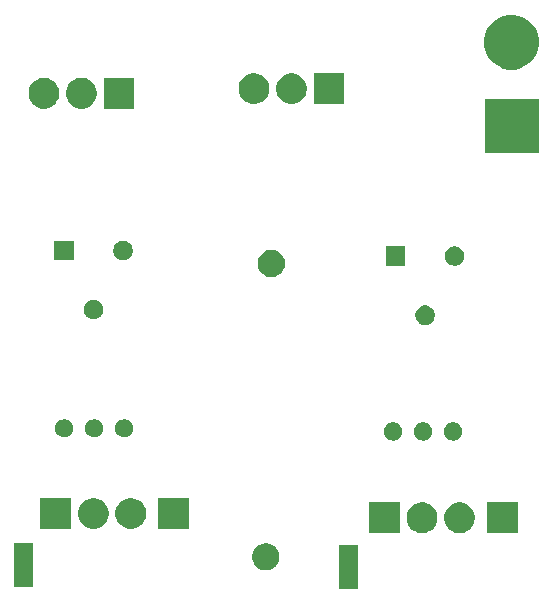
<source format=gbr>
G04 #@! TF.GenerationSoftware,KiCad,Pcbnew,(5.1.2)-1*
G04 #@! TF.CreationDate,2019-06-07T20:02:52-04:00*
G04 #@! TF.ProjectId,mini2_2,6d696e69-325f-4322-9e6b-696361645f70,rev?*
G04 #@! TF.SameCoordinates,Original*
G04 #@! TF.FileFunction,Soldermask,Top*
G04 #@! TF.FilePolarity,Negative*
%FSLAX46Y46*%
G04 Gerber Fmt 4.6, Leading zero omitted, Abs format (unit mm)*
G04 Created by KiCad (PCBNEW (5.1.2)-1) date 2019-06-07 20:02:52*
%MOMM*%
%LPD*%
G04 APERTURE LIST*
%ADD10C,0.150000*%
G04 APERTURE END LIST*
D10*
G36*
X74270500Y-135340700D02*
G01*
X72668500Y-135340700D01*
X72668500Y-131638700D01*
X74270500Y-131638700D01*
X74270500Y-135340700D01*
X74270500Y-135340700D01*
G37*
G36*
X46739440Y-135180680D02*
G01*
X45137440Y-135180680D01*
X45137440Y-131478680D01*
X46739440Y-131478680D01*
X46739440Y-135180680D01*
X46739440Y-135180680D01*
G37*
G36*
X66683649Y-131514996D02*
G01*
X66794834Y-131537112D01*
X67004303Y-131623877D01*
X67192820Y-131749840D01*
X67353140Y-131910160D01*
X67479103Y-132098677D01*
X67565868Y-132308146D01*
X67610100Y-132530516D01*
X67610100Y-132757244D01*
X67565868Y-132979614D01*
X67479103Y-133189083D01*
X67353140Y-133377600D01*
X67192820Y-133537920D01*
X67004303Y-133663883D01*
X66794834Y-133750648D01*
X66683649Y-133772764D01*
X66572465Y-133794880D01*
X66345735Y-133794880D01*
X66234551Y-133772764D01*
X66123366Y-133750648D01*
X65913897Y-133663883D01*
X65725380Y-133537920D01*
X65565060Y-133377600D01*
X65439097Y-133189083D01*
X65352332Y-132979614D01*
X65308100Y-132757244D01*
X65308100Y-132530516D01*
X65352332Y-132308146D01*
X65439097Y-132098677D01*
X65565060Y-131910160D01*
X65725380Y-131749840D01*
X65913897Y-131623877D01*
X66123366Y-131537112D01*
X66234551Y-131514996D01*
X66345735Y-131492880D01*
X66572465Y-131492880D01*
X66683649Y-131514996D01*
X66683649Y-131514996D01*
G37*
G36*
X87774980Y-130640020D02*
G01*
X85173620Y-130640020D01*
X85173620Y-128038660D01*
X87774980Y-128038660D01*
X87774980Y-130640020D01*
X87774980Y-130640020D01*
G37*
G36*
X83231653Y-128088644D02*
G01*
X83468361Y-128186692D01*
X83468363Y-128186693D01*
X83681395Y-128329036D01*
X83862564Y-128510205D01*
X84004907Y-128723237D01*
X84004908Y-128723239D01*
X84102956Y-128959947D01*
X84152940Y-129211233D01*
X84152940Y-129467447D01*
X84102956Y-129718733D01*
X84075534Y-129784935D01*
X84004907Y-129955443D01*
X83862564Y-130168475D01*
X83681395Y-130349644D01*
X83468363Y-130491987D01*
X83468362Y-130491988D01*
X83468361Y-130491988D01*
X83231653Y-130590036D01*
X82980367Y-130640020D01*
X82724153Y-130640020D01*
X82472867Y-130590036D01*
X82236159Y-130491988D01*
X82236158Y-130491988D01*
X82236157Y-130491987D01*
X82023125Y-130349644D01*
X81841956Y-130168475D01*
X81699613Y-129955443D01*
X81628986Y-129784935D01*
X81601564Y-129718733D01*
X81551580Y-129467447D01*
X81551580Y-129211233D01*
X81601564Y-128959947D01*
X81699612Y-128723239D01*
X81699613Y-128723237D01*
X81841956Y-128510205D01*
X82023125Y-128329036D01*
X82236157Y-128186693D01*
X82236159Y-128186692D01*
X82472867Y-128088644D01*
X82724153Y-128038660D01*
X82980367Y-128038660D01*
X83231653Y-128088644D01*
X83231653Y-128088644D01*
G37*
G36*
X80056653Y-128088644D02*
G01*
X80293361Y-128186692D01*
X80293363Y-128186693D01*
X80506395Y-128329036D01*
X80687564Y-128510205D01*
X80829907Y-128723237D01*
X80829908Y-128723239D01*
X80927956Y-128959947D01*
X80977940Y-129211233D01*
X80977940Y-129467447D01*
X80927956Y-129718733D01*
X80900534Y-129784935D01*
X80829907Y-129955443D01*
X80687564Y-130168475D01*
X80506395Y-130349644D01*
X80293363Y-130491987D01*
X80293362Y-130491988D01*
X80293361Y-130491988D01*
X80056653Y-130590036D01*
X79805367Y-130640020D01*
X79549153Y-130640020D01*
X79297867Y-130590036D01*
X79061159Y-130491988D01*
X79061158Y-130491988D01*
X79061157Y-130491987D01*
X78848125Y-130349644D01*
X78666956Y-130168475D01*
X78524613Y-129955443D01*
X78453986Y-129784935D01*
X78426564Y-129718733D01*
X78376580Y-129467447D01*
X78376580Y-129211233D01*
X78426564Y-128959947D01*
X78524612Y-128723239D01*
X78524613Y-128723237D01*
X78666956Y-128510205D01*
X78848125Y-128329036D01*
X79061157Y-128186693D01*
X79061159Y-128186692D01*
X79297867Y-128088644D01*
X79549153Y-128038660D01*
X79805367Y-128038660D01*
X80056653Y-128088644D01*
X80056653Y-128088644D01*
G37*
G36*
X77802940Y-130640020D02*
G01*
X75201580Y-130640020D01*
X75201580Y-128038660D01*
X77802940Y-128038660D01*
X77802940Y-130640020D01*
X77802940Y-130640020D01*
G37*
G36*
X55400873Y-127705104D02*
G01*
X55637581Y-127803152D01*
X55637583Y-127803153D01*
X55850615Y-127945496D01*
X56031784Y-128126665D01*
X56174127Y-128339697D01*
X56174128Y-128339699D01*
X56272176Y-128576407D01*
X56322160Y-128827693D01*
X56322160Y-129083907D01*
X56272176Y-129335193D01*
X56217394Y-129467447D01*
X56174127Y-129571903D01*
X56031784Y-129784935D01*
X55850615Y-129966104D01*
X55637583Y-130108447D01*
X55637582Y-130108448D01*
X55637581Y-130108448D01*
X55400873Y-130206496D01*
X55149587Y-130256480D01*
X54893373Y-130256480D01*
X54642087Y-130206496D01*
X54405379Y-130108448D01*
X54405378Y-130108448D01*
X54405377Y-130108447D01*
X54192345Y-129966104D01*
X54011176Y-129784935D01*
X53868833Y-129571903D01*
X53825566Y-129467447D01*
X53770784Y-129335193D01*
X53720800Y-129083907D01*
X53720800Y-128827693D01*
X53770784Y-128576407D01*
X53868832Y-128339699D01*
X53868833Y-128339697D01*
X54011176Y-128126665D01*
X54192345Y-127945496D01*
X54405377Y-127803153D01*
X54405379Y-127803152D01*
X54642087Y-127705104D01*
X54893373Y-127655120D01*
X55149587Y-127655120D01*
X55400873Y-127705104D01*
X55400873Y-127705104D01*
G37*
G36*
X59951820Y-130256480D02*
G01*
X57350460Y-130256480D01*
X57350460Y-127655120D01*
X59951820Y-127655120D01*
X59951820Y-130256480D01*
X59951820Y-130256480D01*
G37*
G36*
X49972160Y-130256480D02*
G01*
X47370800Y-130256480D01*
X47370800Y-127655120D01*
X49972160Y-127655120D01*
X49972160Y-130256480D01*
X49972160Y-130256480D01*
G37*
G36*
X52225873Y-127705104D02*
G01*
X52462581Y-127803152D01*
X52462583Y-127803153D01*
X52675615Y-127945496D01*
X52856784Y-128126665D01*
X52999127Y-128339697D01*
X52999128Y-128339699D01*
X53097176Y-128576407D01*
X53147160Y-128827693D01*
X53147160Y-129083907D01*
X53097176Y-129335193D01*
X53042394Y-129467447D01*
X52999127Y-129571903D01*
X52856784Y-129784935D01*
X52675615Y-129966104D01*
X52462583Y-130108447D01*
X52462582Y-130108448D01*
X52462581Y-130108448D01*
X52225873Y-130206496D01*
X51974587Y-130256480D01*
X51718373Y-130256480D01*
X51467087Y-130206496D01*
X51230379Y-130108448D01*
X51230378Y-130108448D01*
X51230377Y-130108447D01*
X51017345Y-129966104D01*
X50836176Y-129784935D01*
X50693833Y-129571903D01*
X50650566Y-129467447D01*
X50595784Y-129335193D01*
X50545800Y-129083907D01*
X50545800Y-128827693D01*
X50595784Y-128576407D01*
X50693832Y-128339699D01*
X50693833Y-128339697D01*
X50836176Y-128126665D01*
X51017345Y-127945496D01*
X51230377Y-127803153D01*
X51230379Y-127803152D01*
X51467087Y-127705104D01*
X51718373Y-127655120D01*
X51974587Y-127655120D01*
X52225873Y-127705104D01*
X52225873Y-127705104D01*
G37*
G36*
X77354289Y-121263016D02*
G01*
X77453593Y-121282769D01*
X77593906Y-121340888D01*
X77720184Y-121425265D01*
X77827575Y-121532656D01*
X77911952Y-121658934D01*
X77970071Y-121799247D01*
X77976355Y-121830838D01*
X77999700Y-121948202D01*
X77999700Y-122100078D01*
X77995716Y-122120106D01*
X77970071Y-122249033D01*
X77911952Y-122389346D01*
X77827575Y-122515624D01*
X77720184Y-122623015D01*
X77593906Y-122707392D01*
X77453593Y-122765511D01*
X77354289Y-122785264D01*
X77304638Y-122795140D01*
X77152762Y-122795140D01*
X77103111Y-122785264D01*
X77003807Y-122765511D01*
X76863494Y-122707392D01*
X76737216Y-122623015D01*
X76629825Y-122515624D01*
X76545448Y-122389346D01*
X76487329Y-122249033D01*
X76461684Y-122120106D01*
X76457700Y-122100078D01*
X76457700Y-121948202D01*
X76481045Y-121830838D01*
X76487329Y-121799247D01*
X76545448Y-121658934D01*
X76629825Y-121532656D01*
X76737216Y-121425265D01*
X76863494Y-121340888D01*
X77003807Y-121282769D01*
X77103111Y-121263016D01*
X77152762Y-121253140D01*
X77304638Y-121253140D01*
X77354289Y-121263016D01*
X77354289Y-121263016D01*
G37*
G36*
X79894289Y-121263016D02*
G01*
X79993593Y-121282769D01*
X80133906Y-121340888D01*
X80260184Y-121425265D01*
X80367575Y-121532656D01*
X80451952Y-121658934D01*
X80510071Y-121799247D01*
X80516355Y-121830838D01*
X80539700Y-121948202D01*
X80539700Y-122100078D01*
X80535716Y-122120106D01*
X80510071Y-122249033D01*
X80451952Y-122389346D01*
X80367575Y-122515624D01*
X80260184Y-122623015D01*
X80133906Y-122707392D01*
X79993593Y-122765511D01*
X79894289Y-122785264D01*
X79844638Y-122795140D01*
X79692762Y-122795140D01*
X79643111Y-122785264D01*
X79543807Y-122765511D01*
X79403494Y-122707392D01*
X79277216Y-122623015D01*
X79169825Y-122515624D01*
X79085448Y-122389346D01*
X79027329Y-122249033D01*
X79001684Y-122120106D01*
X78997700Y-122100078D01*
X78997700Y-121948202D01*
X79021045Y-121830838D01*
X79027329Y-121799247D01*
X79085448Y-121658934D01*
X79169825Y-121532656D01*
X79277216Y-121425265D01*
X79403494Y-121340888D01*
X79543807Y-121282769D01*
X79643111Y-121263016D01*
X79692762Y-121253140D01*
X79844638Y-121253140D01*
X79894289Y-121263016D01*
X79894289Y-121263016D01*
G37*
G36*
X82434289Y-121263016D02*
G01*
X82533593Y-121282769D01*
X82673906Y-121340888D01*
X82800184Y-121425265D01*
X82907575Y-121532656D01*
X82991952Y-121658934D01*
X83050071Y-121799247D01*
X83056355Y-121830838D01*
X83079700Y-121948202D01*
X83079700Y-122100078D01*
X83075716Y-122120106D01*
X83050071Y-122249033D01*
X82991952Y-122389346D01*
X82907575Y-122515624D01*
X82800184Y-122623015D01*
X82673906Y-122707392D01*
X82533593Y-122765511D01*
X82434289Y-122785264D01*
X82384638Y-122795140D01*
X82232762Y-122795140D01*
X82183111Y-122785264D01*
X82083807Y-122765511D01*
X81943494Y-122707392D01*
X81817216Y-122623015D01*
X81709825Y-122515624D01*
X81625448Y-122389346D01*
X81567329Y-122249033D01*
X81541684Y-122120106D01*
X81537700Y-122100078D01*
X81537700Y-121948202D01*
X81561045Y-121830838D01*
X81567329Y-121799247D01*
X81625448Y-121658934D01*
X81709825Y-121532656D01*
X81817216Y-121425265D01*
X81943494Y-121340888D01*
X82083807Y-121282769D01*
X82183111Y-121263016D01*
X82232762Y-121253140D01*
X82384638Y-121253140D01*
X82434289Y-121263016D01*
X82434289Y-121263016D01*
G37*
G36*
X54590809Y-120993776D02*
G01*
X54690113Y-121013529D01*
X54830426Y-121071648D01*
X54956704Y-121156025D01*
X55064095Y-121263416D01*
X55148472Y-121389694D01*
X55206591Y-121530007D01*
X55206591Y-121530009D01*
X55232237Y-121658936D01*
X55236220Y-121678963D01*
X55236220Y-121830837D01*
X55206591Y-121979793D01*
X55148472Y-122120106D01*
X55064095Y-122246384D01*
X54956704Y-122353775D01*
X54830426Y-122438152D01*
X54690113Y-122496271D01*
X54592823Y-122515623D01*
X54541158Y-122525900D01*
X54389282Y-122525900D01*
X54337617Y-122515623D01*
X54240327Y-122496271D01*
X54100014Y-122438152D01*
X53973736Y-122353775D01*
X53866345Y-122246384D01*
X53781968Y-122120106D01*
X53723849Y-121979793D01*
X53694220Y-121830837D01*
X53694220Y-121678963D01*
X53698204Y-121658936D01*
X53723849Y-121530009D01*
X53723849Y-121530007D01*
X53781968Y-121389694D01*
X53866345Y-121263416D01*
X53973736Y-121156025D01*
X54100014Y-121071648D01*
X54240327Y-121013529D01*
X54339631Y-120993776D01*
X54389282Y-120983900D01*
X54541158Y-120983900D01*
X54590809Y-120993776D01*
X54590809Y-120993776D01*
G37*
G36*
X49510809Y-120993776D02*
G01*
X49610113Y-121013529D01*
X49750426Y-121071648D01*
X49876704Y-121156025D01*
X49984095Y-121263416D01*
X50068472Y-121389694D01*
X50126591Y-121530007D01*
X50126591Y-121530009D01*
X50152237Y-121658936D01*
X50156220Y-121678963D01*
X50156220Y-121830837D01*
X50126591Y-121979793D01*
X50068472Y-122120106D01*
X49984095Y-122246384D01*
X49876704Y-122353775D01*
X49750426Y-122438152D01*
X49610113Y-122496271D01*
X49512823Y-122515623D01*
X49461158Y-122525900D01*
X49309282Y-122525900D01*
X49257617Y-122515623D01*
X49160327Y-122496271D01*
X49020014Y-122438152D01*
X48893736Y-122353775D01*
X48786345Y-122246384D01*
X48701968Y-122120106D01*
X48643849Y-121979793D01*
X48614220Y-121830837D01*
X48614220Y-121678963D01*
X48618204Y-121658936D01*
X48643849Y-121530009D01*
X48643849Y-121530007D01*
X48701968Y-121389694D01*
X48786345Y-121263416D01*
X48893736Y-121156025D01*
X49020014Y-121071648D01*
X49160327Y-121013529D01*
X49259631Y-120993776D01*
X49309282Y-120983900D01*
X49461158Y-120983900D01*
X49510809Y-120993776D01*
X49510809Y-120993776D01*
G37*
G36*
X52050809Y-120993776D02*
G01*
X52150113Y-121013529D01*
X52290426Y-121071648D01*
X52416704Y-121156025D01*
X52524095Y-121263416D01*
X52608472Y-121389694D01*
X52666591Y-121530007D01*
X52666591Y-121530009D01*
X52692237Y-121658936D01*
X52696220Y-121678963D01*
X52696220Y-121830837D01*
X52666591Y-121979793D01*
X52608472Y-122120106D01*
X52524095Y-122246384D01*
X52416704Y-122353775D01*
X52290426Y-122438152D01*
X52150113Y-122496271D01*
X52052823Y-122515623D01*
X52001158Y-122525900D01*
X51849282Y-122525900D01*
X51797617Y-122515623D01*
X51700327Y-122496271D01*
X51560014Y-122438152D01*
X51433736Y-122353775D01*
X51326345Y-122246384D01*
X51241968Y-122120106D01*
X51183849Y-121979793D01*
X51154220Y-121830837D01*
X51154220Y-121678963D01*
X51158204Y-121658936D01*
X51183849Y-121530009D01*
X51183849Y-121530007D01*
X51241968Y-121389694D01*
X51326345Y-121263416D01*
X51433736Y-121156025D01*
X51560014Y-121071648D01*
X51700327Y-121013529D01*
X51799631Y-120993776D01*
X51849282Y-120983900D01*
X52001158Y-120983900D01*
X52050809Y-120993776D01*
X52050809Y-120993776D01*
G37*
G36*
X80180455Y-111383582D02*
G01*
X80330778Y-111445848D01*
X80466065Y-111536244D01*
X80581116Y-111651295D01*
X80671512Y-111786582D01*
X80733778Y-111936905D01*
X80765520Y-112096486D01*
X80765520Y-112259194D01*
X80733778Y-112418775D01*
X80671512Y-112569098D01*
X80581116Y-112704385D01*
X80466065Y-112819436D01*
X80330778Y-112909832D01*
X80180455Y-112972098D01*
X80020874Y-113003840D01*
X79858166Y-113003840D01*
X79698585Y-112972098D01*
X79548262Y-112909832D01*
X79412975Y-112819436D01*
X79297924Y-112704385D01*
X79207528Y-112569098D01*
X79145262Y-112418775D01*
X79113520Y-112259194D01*
X79113520Y-112096486D01*
X79145262Y-111936905D01*
X79207528Y-111786582D01*
X79297924Y-111651295D01*
X79412975Y-111536244D01*
X79548262Y-111445848D01*
X79698585Y-111383582D01*
X79858166Y-111351840D01*
X80020874Y-111351840D01*
X80180455Y-111383582D01*
X80180455Y-111383582D01*
G37*
G36*
X52098215Y-110918762D02*
G01*
X52248538Y-110981028D01*
X52383825Y-111071424D01*
X52498876Y-111186475D01*
X52589272Y-111321762D01*
X52651538Y-111472085D01*
X52683280Y-111631666D01*
X52683280Y-111794374D01*
X52651538Y-111953955D01*
X52589272Y-112104278D01*
X52498876Y-112239565D01*
X52383825Y-112354616D01*
X52248538Y-112445012D01*
X52098215Y-112507278D01*
X51938634Y-112539020D01*
X51775926Y-112539020D01*
X51616345Y-112507278D01*
X51466022Y-112445012D01*
X51330735Y-112354616D01*
X51215684Y-112239565D01*
X51125288Y-112104278D01*
X51063022Y-111953955D01*
X51031280Y-111794374D01*
X51031280Y-111631666D01*
X51063022Y-111472085D01*
X51125288Y-111321762D01*
X51215684Y-111186475D01*
X51330735Y-111071424D01*
X51466022Y-110981028D01*
X51616345Y-110918762D01*
X51775926Y-110887020D01*
X51938634Y-110887020D01*
X52098215Y-110918762D01*
X52098215Y-110918762D01*
G37*
G36*
X67153549Y-106671256D02*
G01*
X67264734Y-106693372D01*
X67474203Y-106780137D01*
X67662720Y-106906100D01*
X67823040Y-107066420D01*
X67949003Y-107254937D01*
X68035768Y-107464406D01*
X68080000Y-107686776D01*
X68080000Y-107913504D01*
X68035768Y-108135874D01*
X67949003Y-108345343D01*
X67823040Y-108533860D01*
X67662720Y-108694180D01*
X67474203Y-108820143D01*
X67264734Y-108906908D01*
X67153549Y-108929024D01*
X67042365Y-108951140D01*
X66815635Y-108951140D01*
X66704451Y-108929024D01*
X66593266Y-108906908D01*
X66383797Y-108820143D01*
X66195280Y-108694180D01*
X66034960Y-108533860D01*
X65908997Y-108345343D01*
X65822232Y-108135874D01*
X65778000Y-107913504D01*
X65778000Y-107686776D01*
X65822232Y-107464406D01*
X65908997Y-107254937D01*
X66034960Y-107066420D01*
X66195280Y-106906100D01*
X66383797Y-106780137D01*
X66593266Y-106693372D01*
X66704451Y-106671256D01*
X66815635Y-106649140D01*
X67042365Y-106649140D01*
X67153549Y-106671256D01*
X67153549Y-106671256D01*
G37*
G36*
X82680455Y-106383582D02*
G01*
X82830778Y-106445848D01*
X82966065Y-106536244D01*
X83081116Y-106651295D01*
X83171512Y-106786582D01*
X83233778Y-106936905D01*
X83265520Y-107096486D01*
X83265520Y-107259194D01*
X83233778Y-107418775D01*
X83171512Y-107569098D01*
X83081116Y-107704385D01*
X82966065Y-107819436D01*
X82830778Y-107909832D01*
X82680455Y-107972098D01*
X82520874Y-108003840D01*
X82358166Y-108003840D01*
X82198585Y-107972098D01*
X82048262Y-107909832D01*
X81912975Y-107819436D01*
X81797924Y-107704385D01*
X81707528Y-107569098D01*
X81645262Y-107418775D01*
X81613520Y-107259194D01*
X81613520Y-107096486D01*
X81645262Y-106936905D01*
X81707528Y-106786582D01*
X81797924Y-106651295D01*
X81912975Y-106536244D01*
X82048262Y-106445848D01*
X82198585Y-106383582D01*
X82358166Y-106351840D01*
X82520874Y-106351840D01*
X82680455Y-106383582D01*
X82680455Y-106383582D01*
G37*
G36*
X78265520Y-108003840D02*
G01*
X76613520Y-108003840D01*
X76613520Y-106351840D01*
X78265520Y-106351840D01*
X78265520Y-108003840D01*
X78265520Y-108003840D01*
G37*
G36*
X54598215Y-105918762D02*
G01*
X54748538Y-105981028D01*
X54883825Y-106071424D01*
X54998876Y-106186475D01*
X55089272Y-106321762D01*
X55151538Y-106472085D01*
X55183280Y-106631666D01*
X55183280Y-106794374D01*
X55151538Y-106953955D01*
X55089272Y-107104278D01*
X54998876Y-107239565D01*
X54883825Y-107354616D01*
X54748538Y-107445012D01*
X54598215Y-107507278D01*
X54438634Y-107539020D01*
X54275926Y-107539020D01*
X54116345Y-107507278D01*
X53966022Y-107445012D01*
X53830735Y-107354616D01*
X53715684Y-107239565D01*
X53625288Y-107104278D01*
X53563022Y-106953955D01*
X53531280Y-106794374D01*
X53531280Y-106631666D01*
X53563022Y-106472085D01*
X53625288Y-106321762D01*
X53715684Y-106186475D01*
X53830735Y-106071424D01*
X53966022Y-105981028D01*
X54116345Y-105918762D01*
X54275926Y-105887020D01*
X54438634Y-105887020D01*
X54598215Y-105918762D01*
X54598215Y-105918762D01*
G37*
G36*
X50183280Y-107539020D02*
G01*
X48531280Y-107539020D01*
X48531280Y-105887020D01*
X50183280Y-105887020D01*
X50183280Y-107539020D01*
X50183280Y-107539020D01*
G37*
G36*
X89598700Y-98478540D02*
G01*
X84995820Y-98478540D01*
X84995820Y-93875660D01*
X89598700Y-93875660D01*
X89598700Y-98478540D01*
X89598700Y-98478540D01*
G37*
G36*
X51214953Y-92132404D02*
G01*
X51451661Y-92230452D01*
X51451663Y-92230453D01*
X51664695Y-92372796D01*
X51845864Y-92553965D01*
X51988207Y-92766997D01*
X51988208Y-92766999D01*
X52086256Y-93003707D01*
X52136240Y-93254993D01*
X52136240Y-93511207D01*
X52086256Y-93762493D01*
X51988208Y-93999201D01*
X51988207Y-93999203D01*
X51845864Y-94212235D01*
X51664695Y-94393404D01*
X51451663Y-94535747D01*
X51451662Y-94535748D01*
X51451661Y-94535748D01*
X51214953Y-94633796D01*
X50963667Y-94683780D01*
X50707453Y-94683780D01*
X50456167Y-94633796D01*
X50219459Y-94535748D01*
X50219458Y-94535748D01*
X50219457Y-94535747D01*
X50006425Y-94393404D01*
X49825256Y-94212235D01*
X49682913Y-93999203D01*
X49682912Y-93999201D01*
X49584864Y-93762493D01*
X49534880Y-93511207D01*
X49534880Y-93254993D01*
X49584864Y-93003707D01*
X49682912Y-92766999D01*
X49682913Y-92766997D01*
X49825256Y-92553965D01*
X50006425Y-92372796D01*
X50219457Y-92230453D01*
X50219459Y-92230452D01*
X50456167Y-92132404D01*
X50707453Y-92082420D01*
X50963667Y-92082420D01*
X51214953Y-92132404D01*
X51214953Y-92132404D01*
G37*
G36*
X48039953Y-92132404D02*
G01*
X48276661Y-92230452D01*
X48276663Y-92230453D01*
X48489695Y-92372796D01*
X48670864Y-92553965D01*
X48813207Y-92766997D01*
X48813208Y-92766999D01*
X48911256Y-93003707D01*
X48961240Y-93254993D01*
X48961240Y-93511207D01*
X48911256Y-93762493D01*
X48813208Y-93999201D01*
X48813207Y-93999203D01*
X48670864Y-94212235D01*
X48489695Y-94393404D01*
X48276663Y-94535747D01*
X48276662Y-94535748D01*
X48276661Y-94535748D01*
X48039953Y-94633796D01*
X47788667Y-94683780D01*
X47532453Y-94683780D01*
X47281167Y-94633796D01*
X47044459Y-94535748D01*
X47044458Y-94535748D01*
X47044457Y-94535747D01*
X46831425Y-94393404D01*
X46650256Y-94212235D01*
X46507913Y-93999203D01*
X46507912Y-93999201D01*
X46409864Y-93762493D01*
X46359880Y-93511207D01*
X46359880Y-93254993D01*
X46409864Y-93003707D01*
X46507912Y-92766999D01*
X46507913Y-92766997D01*
X46650256Y-92553965D01*
X46831425Y-92372796D01*
X47044457Y-92230453D01*
X47044459Y-92230452D01*
X47281167Y-92132404D01*
X47532453Y-92082420D01*
X47788667Y-92082420D01*
X48039953Y-92132404D01*
X48039953Y-92132404D01*
G37*
G36*
X55311240Y-94683780D02*
G01*
X52709880Y-94683780D01*
X52709880Y-92082420D01*
X55311240Y-92082420D01*
X55311240Y-94683780D01*
X55311240Y-94683780D01*
G37*
G36*
X65827573Y-91748864D02*
G01*
X66064281Y-91846912D01*
X66064283Y-91846913D01*
X66277315Y-91989256D01*
X66458484Y-92170425D01*
X66600827Y-92383457D01*
X66600828Y-92383459D01*
X66698876Y-92620167D01*
X66748860Y-92871453D01*
X66748860Y-93127667D01*
X66698876Y-93378953D01*
X66644094Y-93511207D01*
X66600827Y-93615663D01*
X66458484Y-93828695D01*
X66277315Y-94009864D01*
X66064283Y-94152207D01*
X66064282Y-94152208D01*
X66064281Y-94152208D01*
X65827573Y-94250256D01*
X65576287Y-94300240D01*
X65320073Y-94300240D01*
X65068787Y-94250256D01*
X64832079Y-94152208D01*
X64832078Y-94152208D01*
X64832077Y-94152207D01*
X64619045Y-94009864D01*
X64437876Y-93828695D01*
X64295533Y-93615663D01*
X64252266Y-93511207D01*
X64197484Y-93378953D01*
X64147500Y-93127667D01*
X64147500Y-92871453D01*
X64197484Y-92620167D01*
X64295532Y-92383459D01*
X64295533Y-92383457D01*
X64437876Y-92170425D01*
X64619045Y-91989256D01*
X64832077Y-91846913D01*
X64832079Y-91846912D01*
X65068787Y-91748864D01*
X65320073Y-91698880D01*
X65576287Y-91698880D01*
X65827573Y-91748864D01*
X65827573Y-91748864D01*
G37*
G36*
X69002573Y-91748864D02*
G01*
X69239281Y-91846912D01*
X69239283Y-91846913D01*
X69452315Y-91989256D01*
X69633484Y-92170425D01*
X69775827Y-92383457D01*
X69775828Y-92383459D01*
X69873876Y-92620167D01*
X69923860Y-92871453D01*
X69923860Y-93127667D01*
X69873876Y-93378953D01*
X69819094Y-93511207D01*
X69775827Y-93615663D01*
X69633484Y-93828695D01*
X69452315Y-94009864D01*
X69239283Y-94152207D01*
X69239282Y-94152208D01*
X69239281Y-94152208D01*
X69002573Y-94250256D01*
X68751287Y-94300240D01*
X68495073Y-94300240D01*
X68243787Y-94250256D01*
X68007079Y-94152208D01*
X68007078Y-94152208D01*
X68007077Y-94152207D01*
X67794045Y-94009864D01*
X67612876Y-93828695D01*
X67470533Y-93615663D01*
X67427266Y-93511207D01*
X67372484Y-93378953D01*
X67322500Y-93127667D01*
X67322500Y-92871453D01*
X67372484Y-92620167D01*
X67470532Y-92383459D01*
X67470533Y-92383457D01*
X67612876Y-92170425D01*
X67794045Y-91989256D01*
X68007077Y-91846913D01*
X68007079Y-91846912D01*
X68243787Y-91748864D01*
X68495073Y-91698880D01*
X68751287Y-91698880D01*
X69002573Y-91748864D01*
X69002573Y-91748864D01*
G37*
G36*
X73098860Y-94300240D02*
G01*
X70497500Y-94300240D01*
X70497500Y-91698880D01*
X73098860Y-91698880D01*
X73098860Y-94300240D01*
X73098860Y-94300240D01*
G37*
G36*
X87917764Y-86869882D02*
G01*
X88336599Y-87043369D01*
X88336601Y-87043370D01*
X88526351Y-87170157D01*
X88713542Y-87295234D01*
X89034106Y-87615798D01*
X89285971Y-87992741D01*
X89459458Y-88411576D01*
X89547900Y-88856207D01*
X89547900Y-89309553D01*
X89459458Y-89754184D01*
X89285971Y-90173019D01*
X89285970Y-90173021D01*
X89034105Y-90549963D01*
X88713543Y-90870525D01*
X88336601Y-91122390D01*
X88336600Y-91122391D01*
X88336599Y-91122391D01*
X87917764Y-91295878D01*
X87473133Y-91384320D01*
X87019787Y-91384320D01*
X86575156Y-91295878D01*
X86156321Y-91122391D01*
X86156320Y-91122391D01*
X86156319Y-91122390D01*
X85779377Y-90870525D01*
X85458815Y-90549963D01*
X85206950Y-90173021D01*
X85206949Y-90173019D01*
X85033462Y-89754184D01*
X84945020Y-89309553D01*
X84945020Y-88856207D01*
X85033462Y-88411576D01*
X85206949Y-87992741D01*
X85458814Y-87615798D01*
X85779378Y-87295234D01*
X85966569Y-87170157D01*
X86156319Y-87043370D01*
X86156321Y-87043369D01*
X86575156Y-86869882D01*
X87019787Y-86781440D01*
X87473133Y-86781440D01*
X87917764Y-86869882D01*
X87917764Y-86869882D01*
G37*
M02*

</source>
